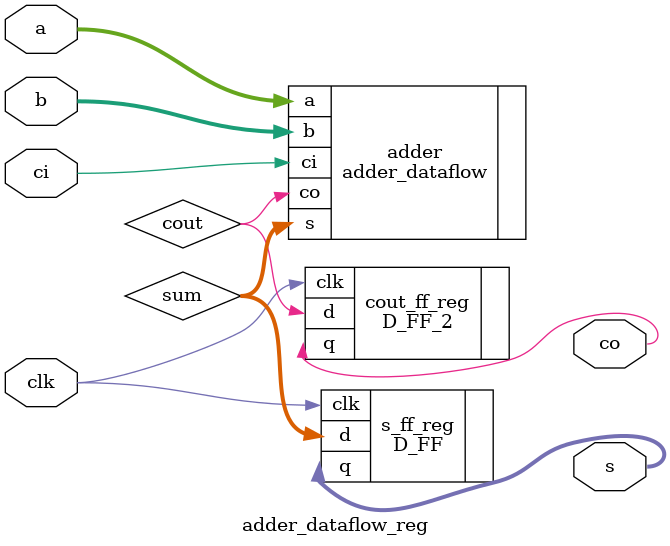
<source format=v>
module adder_dataflow_reg(s, co, a, b, ci, clk);
    parameter width = 32;
    output [width-1:0] s;
    output co;
    input [width-1:0] a,b;
    input ci;
    input clk;

    wire cout;
    wire [31:0] sum;

    adder_dataflow adder (
        .s(sum),
        .co(cout),
        .a(a),
        .b(b),
        .ci(ci)
    );

    D_FF s_ff_reg (
        .clk(clk),
        .d(sum),
        .q(s)
    );

    D_FF_2 cout_ff_reg (
        .clk(clk),
        .d( cout), 
        .q(co)
    );

endmodule
</source>
